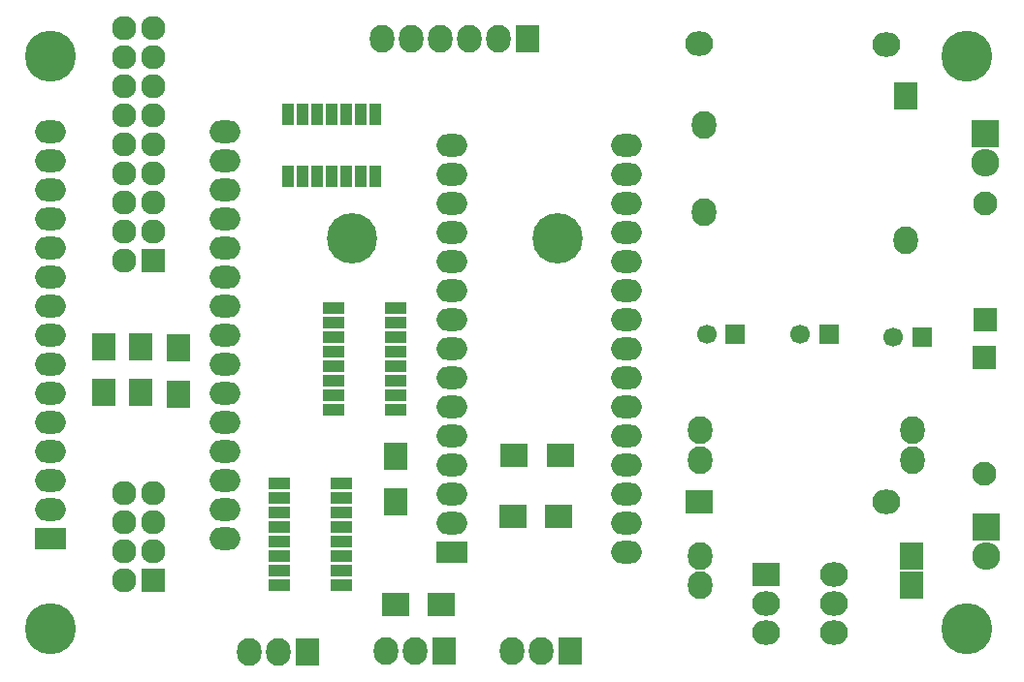
<source format=gts>
G04 #@! TF.FileFunction,Soldermask,Top*
%FSLAX46Y46*%
G04 Gerber Fmt 4.6, Leading zero omitted, Abs format (unit mm)*
G04 Created by KiCad (PCBNEW 4.0.4-stable) date 11/05/16 19:06:31*
%MOMM*%
%LPD*%
G01*
G04 APERTURE LIST*
%ADD10C,0.100000*%
%ADD11C,4.464000*%
%ADD12R,2.000000X2.400000*%
%ADD13C,1.700000*%
%ADD14R,1.700000X1.700000*%
%ADD15R,2.400000X2.000000*%
%ADD16C,2.099260*%
%ADD17R,2.099260X2.099260*%
%ADD18O,2.432000X2.127200*%
%ADD19R,2.432000X2.127200*%
%ADD20O,2.127200X2.432000*%
%ADD21R,2.127200X2.432000*%
%ADD22R,1.900000X1.000000*%
%ADD23R,2.127200X2.127200*%
%ADD24O,2.127200X2.127200*%
%ADD25C,4.400000*%
%ADD26R,2.432000X2.432000*%
%ADD27O,2.432000X2.432000*%
%ADD28R,2.100000X2.400000*%
%ADD29R,2.686000X1.974800*%
%ADD30O,2.686000X1.974800*%
%ADD31R,1.000000X1.900000*%
G04 APERTURE END LIST*
D10*
D11*
X152095200Y-103047800D03*
X152069800Y-53086000D03*
X72059800Y-53086000D03*
X72059800Y-103047800D03*
D12*
X102235000Y-88017600D03*
X102235000Y-92017600D03*
X83235800Y-78568800D03*
X83235800Y-82568800D03*
D13*
X137555600Y-77343000D03*
D14*
X140055600Y-77343000D03*
D13*
X145709000Y-77571600D03*
D14*
X148209000Y-77571600D03*
D15*
X102241600Y-100990400D03*
X106241600Y-100990400D03*
D16*
X153621740Y-89560920D03*
D17*
X153621740Y-79400920D03*
D16*
X153743660Y-65912480D03*
D17*
X153743660Y-76072480D03*
D18*
X145106000Y-52017200D03*
X128706000Y-51917200D03*
X145106000Y-92017200D03*
D19*
X128706000Y-91977200D03*
D20*
X128835200Y-99311600D03*
X128835200Y-96711600D03*
X128835200Y-85711600D03*
X128835200Y-88311600D03*
X147335200Y-88311600D03*
D21*
X147295200Y-99311600D03*
D20*
X147335200Y-85711600D03*
D21*
X147295200Y-96711600D03*
D20*
X129179600Y-59039600D03*
X129179600Y-66639600D03*
X146779600Y-69139600D03*
D21*
X146739600Y-56539600D03*
D22*
X102217200Y-83972400D03*
X102217200Y-82702400D03*
X102217200Y-81432400D03*
X102217200Y-80162400D03*
X102217200Y-78892400D03*
X102217200Y-77622400D03*
X102217200Y-76352400D03*
X102217200Y-75082400D03*
X96817200Y-75082400D03*
X96817200Y-76352400D03*
X96817200Y-77622400D03*
X96817200Y-78892400D03*
X96817200Y-80162400D03*
X96817200Y-81432400D03*
X96817200Y-82702400D03*
X96817200Y-83972400D03*
D23*
X81076800Y-70891400D03*
D24*
X78536800Y-70891400D03*
X81076800Y-68351400D03*
X78536800Y-68351400D03*
X81076800Y-65811400D03*
X78536800Y-65811400D03*
X81076800Y-63271400D03*
X78536800Y-63271400D03*
X81076800Y-60731400D03*
X78536800Y-60731400D03*
X81076800Y-58191400D03*
X78536800Y-58191400D03*
X81076800Y-55651400D03*
X78536800Y-55651400D03*
X81076800Y-53111400D03*
X78536800Y-53111400D03*
X81076800Y-50571400D03*
X78536800Y-50571400D03*
D21*
X106451400Y-105029000D03*
D20*
X103911400Y-105029000D03*
X101371400Y-105029000D03*
D21*
X94576900Y-105105200D03*
D20*
X92036900Y-105105200D03*
X89496900Y-105105200D03*
D25*
X98415800Y-68985800D03*
D21*
X113715800Y-51485800D03*
D20*
X111175800Y-51485800D03*
X108635800Y-51485800D03*
X106095800Y-51485800D03*
X103555800Y-51485800D03*
X101015800Y-51485800D03*
D25*
X116415800Y-68985800D03*
D26*
X153797000Y-94234000D03*
D27*
X153797000Y-96774000D03*
D21*
X117449600Y-105003600D03*
D20*
X114909600Y-105003600D03*
X112369600Y-105003600D03*
D26*
X153720800Y-59842400D03*
D27*
X153720800Y-62382400D03*
D28*
X80010000Y-82441800D03*
X80010000Y-78441800D03*
X76758800Y-82416400D03*
X76758800Y-78416400D03*
D22*
X97492800Y-99288600D03*
X97492800Y-98018600D03*
X97492800Y-96748600D03*
X97492800Y-95478600D03*
X97492800Y-94208600D03*
X97492800Y-92938600D03*
X97492800Y-91668600D03*
X97492800Y-90398600D03*
X92092800Y-90398600D03*
X92092800Y-91668600D03*
X92092800Y-92938600D03*
X92092800Y-94208600D03*
X92092800Y-95478600D03*
X92092800Y-96748600D03*
X92092800Y-98018600D03*
X92092800Y-99288600D03*
D18*
X134591800Y-103405000D03*
X134591800Y-100865000D03*
D19*
X134591800Y-98325000D03*
D18*
X140491800Y-98325000D03*
X140491800Y-100865000D03*
X140491800Y-103405000D03*
D23*
X81051400Y-98882200D03*
D24*
X78511400Y-98882200D03*
X81051400Y-96342200D03*
X78511400Y-96342200D03*
X81051400Y-93802200D03*
X78511400Y-93802200D03*
X81051400Y-91262200D03*
X78511400Y-91262200D03*
D29*
X72136000Y-95250000D03*
D30*
X72136000Y-92710000D03*
X72136000Y-90170000D03*
X72136000Y-87630000D03*
X72136000Y-85090000D03*
X72136000Y-82550000D03*
X72136000Y-80010000D03*
X72136000Y-77470000D03*
X72136000Y-74930000D03*
X72136000Y-72390000D03*
X72136000Y-69850000D03*
X72136000Y-67310000D03*
X72136000Y-64770000D03*
X72136000Y-62230000D03*
X72136000Y-59690000D03*
X87376000Y-59690000D03*
X87376000Y-62230000D03*
X87376000Y-64770000D03*
X87376000Y-67310000D03*
X87376000Y-69850000D03*
X87376000Y-72390000D03*
X87376000Y-74930000D03*
X87376000Y-77470000D03*
X87376000Y-80010000D03*
X87376000Y-82550000D03*
X87376000Y-85090000D03*
X87376000Y-87630000D03*
X87376000Y-90170000D03*
X87376000Y-92710000D03*
X87376000Y-95250000D03*
D29*
X107162600Y-96393000D03*
D30*
X107162600Y-93853000D03*
X107162600Y-91313000D03*
X107162600Y-88773000D03*
X107162600Y-86233000D03*
X107162600Y-83693000D03*
X107162600Y-81153000D03*
X107162600Y-78613000D03*
X107162600Y-76073000D03*
X107162600Y-73533000D03*
X107162600Y-70993000D03*
X107162600Y-68453000D03*
X107162600Y-65913000D03*
X107162600Y-63373000D03*
X107162600Y-60833000D03*
X122402600Y-60833000D03*
X122402600Y-63373000D03*
X122402600Y-65913000D03*
X122402600Y-68453000D03*
X122402600Y-70993000D03*
X122402600Y-73533000D03*
X122402600Y-76073000D03*
X122402600Y-78613000D03*
X122402600Y-81153000D03*
X122402600Y-83693000D03*
X122402600Y-86233000D03*
X122402600Y-88773000D03*
X122402600Y-91313000D03*
X122402600Y-93853000D03*
X122402600Y-96393000D03*
D31*
X92811600Y-63507600D03*
X94081600Y-63507600D03*
X95351600Y-63507600D03*
X96621600Y-63507600D03*
X97891600Y-63507600D03*
X99161600Y-63507600D03*
X100431600Y-63507600D03*
X100431600Y-58107600D03*
X99161600Y-58107600D03*
X97891600Y-58107600D03*
X96621600Y-58107600D03*
X95351600Y-58107600D03*
X94081600Y-58107600D03*
X92811600Y-58107600D03*
D13*
X129402200Y-77343000D03*
D14*
X131902200Y-77343000D03*
D15*
X112503200Y-93268800D03*
X116503200Y-93268800D03*
X112604800Y-87934800D03*
X116604800Y-87934800D03*
M02*

</source>
